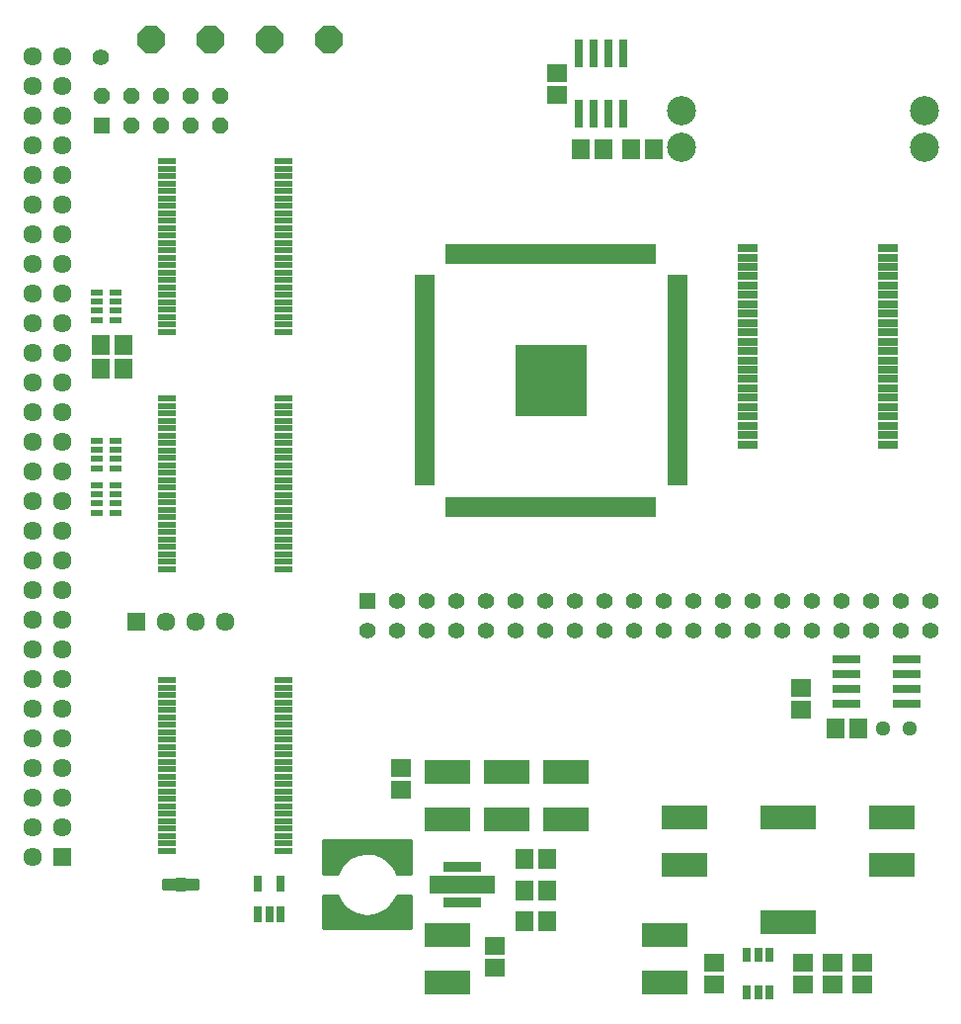
<source format=gts>
G75*
%MOIN*%
%OFA0B0*%
%FSLAX25Y25*%
%IPPOS*%
%LPD*%
%AMOC8*
5,1,8,0,0,1.08239X$1,22.5*
%
%ADD10C,0.05099*%
%ADD11C,0.09855*%
%ADD12R,0.06706X0.05918*%
%ADD13R,0.15367X0.07887*%
%ADD14R,0.06337X0.06337*%
%ADD15C,0.06337*%
%ADD16R,0.05918X0.02375*%
%ADD17R,0.03162X0.09461*%
%ADD18R,0.07099X0.01981*%
%ADD19R,0.01981X0.07099*%
%ADD20R,0.24000X0.24000*%
%ADD21R,0.03162X0.05131*%
%ADD22R,0.18910X0.07887*%
%ADD23R,0.05918X0.06706*%
%ADD24R,0.06706X0.02572*%
%ADD25R,0.05550X0.05550*%
%ADD26C,0.05550*%
%ADD27OC8,0.05550*%
%ADD28R,0.03937X0.02362*%
%ADD29R,0.02965X0.05524*%
%ADD30R,0.09461X0.03162*%
%ADD31C,0.01580*%
%ADD32OC8,0.09300*%
%ADD33C,0.01000*%
%ADD34R,0.13150X0.03465*%
%ADD35R,0.22000X0.06457*%
D10*
X0332000Y0112500D03*
X0341000Y0112500D03*
D11*
X0345945Y0308701D03*
X0345945Y0320906D03*
X0264055Y0320906D03*
X0264055Y0308701D03*
D12*
X0222000Y0326260D03*
X0222000Y0333740D03*
X0304500Y0126240D03*
X0304500Y0118760D03*
X0169500Y0099240D03*
X0169500Y0091760D03*
X0201000Y0039240D03*
X0201000Y0031760D03*
X0275000Y0033740D03*
X0275000Y0026260D03*
X0305000Y0026260D03*
X0315000Y0026260D03*
X0325000Y0026260D03*
X0325000Y0033740D03*
X0315000Y0033740D03*
X0305000Y0033740D03*
D13*
X0258500Y0026929D03*
X0258500Y0043071D03*
X0265000Y0066429D03*
X0265000Y0082571D03*
X0225000Y0081929D03*
X0205000Y0081929D03*
X0185000Y0081929D03*
X0185000Y0098071D03*
X0205000Y0098071D03*
X0225000Y0098071D03*
X0185000Y0043071D03*
X0185000Y0026929D03*
X0335000Y0066429D03*
X0335000Y0082571D03*
D14*
X0080000Y0148500D03*
X0055000Y0069173D03*
D15*
X0045000Y0069173D03*
X0045000Y0079173D03*
X0055000Y0079173D03*
X0055000Y0089173D03*
X0045000Y0089173D03*
X0045000Y0099173D03*
X0055000Y0099173D03*
X0055000Y0109173D03*
X0045000Y0109173D03*
X0045000Y0119173D03*
X0055000Y0119173D03*
X0055000Y0129173D03*
X0045000Y0129173D03*
X0045000Y0139173D03*
X0055000Y0139173D03*
X0055000Y0149173D03*
X0045000Y0149173D03*
X0045000Y0159173D03*
X0055000Y0159173D03*
X0055000Y0169173D03*
X0045000Y0169173D03*
X0045000Y0179173D03*
X0055000Y0179173D03*
X0055000Y0189173D03*
X0045000Y0189173D03*
X0045000Y0199173D03*
X0055000Y0199173D03*
X0055000Y0209173D03*
X0045000Y0209173D03*
X0045000Y0219173D03*
X0055000Y0219173D03*
X0055000Y0229173D03*
X0045000Y0229173D03*
X0045000Y0239173D03*
X0055000Y0239173D03*
X0055000Y0249173D03*
X0045000Y0249173D03*
X0045000Y0259173D03*
X0055000Y0259173D03*
X0055000Y0269173D03*
X0045000Y0269173D03*
X0045000Y0279173D03*
X0055000Y0279173D03*
X0055000Y0289173D03*
X0045000Y0289173D03*
X0045000Y0299173D03*
X0055000Y0299173D03*
X0055000Y0309173D03*
X0045000Y0309173D03*
X0045000Y0319173D03*
X0055000Y0319173D03*
X0055000Y0329173D03*
X0045000Y0329173D03*
X0045000Y0339173D03*
X0055000Y0339173D03*
X0090000Y0148500D03*
X0100000Y0148500D03*
X0110000Y0148500D03*
D16*
X0090394Y0166250D03*
X0090394Y0168750D03*
X0090394Y0171250D03*
X0090394Y0173750D03*
X0090394Y0176250D03*
X0090394Y0178750D03*
X0090394Y0181250D03*
X0090394Y0183750D03*
X0090394Y0186250D03*
X0090394Y0188750D03*
X0090394Y0191250D03*
X0090394Y0193750D03*
X0090394Y0196250D03*
X0090394Y0198750D03*
X0090394Y0201250D03*
X0090394Y0203750D03*
X0090394Y0206250D03*
X0090394Y0208750D03*
X0090394Y0211250D03*
X0090394Y0213750D03*
X0090394Y0216250D03*
X0090394Y0218750D03*
X0090394Y0221250D03*
X0090394Y0223750D03*
X0090394Y0246250D03*
X0090394Y0248750D03*
X0090394Y0251250D03*
X0090394Y0253750D03*
X0090394Y0256250D03*
X0090394Y0258750D03*
X0090394Y0261250D03*
X0090394Y0263750D03*
X0090394Y0266250D03*
X0090394Y0268750D03*
X0090394Y0271250D03*
X0090394Y0273750D03*
X0090394Y0276250D03*
X0090394Y0278750D03*
X0090394Y0281250D03*
X0090394Y0283750D03*
X0090394Y0286250D03*
X0090394Y0288750D03*
X0090394Y0291250D03*
X0090394Y0293750D03*
X0090394Y0296250D03*
X0090394Y0298750D03*
X0090394Y0301250D03*
X0090394Y0303750D03*
X0129606Y0303750D03*
X0129606Y0301250D03*
X0129606Y0298750D03*
X0129606Y0296250D03*
X0129606Y0293750D03*
X0129606Y0291250D03*
X0129606Y0288750D03*
X0129606Y0286250D03*
X0129606Y0283750D03*
X0129606Y0281250D03*
X0129606Y0278750D03*
X0129606Y0276250D03*
X0129606Y0273750D03*
X0129606Y0271250D03*
X0129606Y0268750D03*
X0129606Y0266250D03*
X0129606Y0263750D03*
X0129606Y0261250D03*
X0129606Y0258750D03*
X0129606Y0256250D03*
X0129606Y0253750D03*
X0129606Y0251250D03*
X0129606Y0248750D03*
X0129606Y0246250D03*
X0129606Y0223750D03*
X0129606Y0221250D03*
X0129606Y0218750D03*
X0129606Y0216250D03*
X0129606Y0213750D03*
X0129606Y0211250D03*
X0129606Y0208750D03*
X0129606Y0206250D03*
X0129606Y0203750D03*
X0129606Y0201250D03*
X0129606Y0198750D03*
X0129606Y0196250D03*
X0129606Y0193750D03*
X0129606Y0191250D03*
X0129606Y0188750D03*
X0129606Y0186250D03*
X0129606Y0183750D03*
X0129606Y0181250D03*
X0129606Y0178750D03*
X0129606Y0176250D03*
X0129606Y0173750D03*
X0129606Y0171250D03*
X0129606Y0168750D03*
X0129606Y0166250D03*
X0129606Y0128750D03*
X0129606Y0126250D03*
X0129606Y0123750D03*
X0129606Y0121250D03*
X0129606Y0118750D03*
X0129606Y0116250D03*
X0129606Y0113750D03*
X0129606Y0111250D03*
X0129606Y0108750D03*
X0129606Y0106250D03*
X0129606Y0103750D03*
X0129606Y0101250D03*
X0129606Y0098750D03*
X0129606Y0096250D03*
X0129606Y0093750D03*
X0129606Y0091250D03*
X0129606Y0088750D03*
X0129606Y0086250D03*
X0129606Y0083750D03*
X0129606Y0081250D03*
X0129606Y0078750D03*
X0129606Y0076250D03*
X0129606Y0073750D03*
X0129606Y0071250D03*
X0090394Y0071250D03*
X0090394Y0073750D03*
X0090394Y0076250D03*
X0090394Y0078750D03*
X0090394Y0081250D03*
X0090394Y0083750D03*
X0090394Y0086250D03*
X0090394Y0088750D03*
X0090394Y0091250D03*
X0090394Y0093750D03*
X0090394Y0096250D03*
X0090394Y0098750D03*
X0090394Y0101250D03*
X0090394Y0103750D03*
X0090394Y0106250D03*
X0090394Y0108750D03*
X0090394Y0111250D03*
X0090394Y0113750D03*
X0090394Y0116250D03*
X0090394Y0118750D03*
X0090394Y0121250D03*
X0090394Y0123750D03*
X0090394Y0126250D03*
X0090394Y0128750D03*
D17*
X0229500Y0319764D03*
X0234500Y0319764D03*
X0239500Y0319764D03*
X0244500Y0319764D03*
X0244500Y0340236D03*
X0239500Y0340236D03*
X0234500Y0340236D03*
X0229500Y0340236D03*
D18*
X0262717Y0264449D03*
X0262717Y0262480D03*
X0262717Y0260512D03*
X0262717Y0258543D03*
X0262717Y0256575D03*
X0262717Y0254606D03*
X0262717Y0252638D03*
X0262717Y0250669D03*
X0262717Y0248701D03*
X0262717Y0246732D03*
X0262717Y0244764D03*
X0262717Y0242795D03*
X0262717Y0240827D03*
X0262717Y0238858D03*
X0262717Y0236890D03*
X0262717Y0234921D03*
X0262717Y0232953D03*
X0262717Y0230984D03*
X0262717Y0229016D03*
X0262717Y0227047D03*
X0262717Y0225079D03*
X0262717Y0223110D03*
X0262717Y0221142D03*
X0262717Y0219173D03*
X0262717Y0217205D03*
X0262717Y0215236D03*
X0262717Y0213268D03*
X0262717Y0211299D03*
X0262717Y0209331D03*
X0262717Y0207362D03*
X0262717Y0205394D03*
X0262717Y0203425D03*
X0262717Y0201457D03*
X0262717Y0199488D03*
X0262717Y0197520D03*
X0262717Y0195551D03*
X0177283Y0195551D03*
X0177283Y0197520D03*
X0177283Y0199488D03*
X0177283Y0201457D03*
X0177283Y0203425D03*
X0177283Y0205394D03*
X0177283Y0207362D03*
X0177283Y0209331D03*
X0177283Y0211299D03*
X0177283Y0213268D03*
X0177283Y0215236D03*
X0177283Y0217205D03*
X0177283Y0219173D03*
X0177283Y0221142D03*
X0177283Y0223110D03*
X0177283Y0225079D03*
X0177283Y0227047D03*
X0177283Y0229016D03*
X0177283Y0230984D03*
X0177283Y0232953D03*
X0177283Y0234921D03*
X0177283Y0236890D03*
X0177283Y0238858D03*
X0177283Y0240827D03*
X0177283Y0242795D03*
X0177283Y0244764D03*
X0177283Y0246732D03*
X0177283Y0248701D03*
X0177283Y0250669D03*
X0177283Y0252638D03*
X0177283Y0254606D03*
X0177283Y0256575D03*
X0177283Y0258543D03*
X0177283Y0260512D03*
X0177283Y0262480D03*
X0177283Y0264449D03*
D19*
X0185551Y0272717D03*
X0187520Y0272717D03*
X0189488Y0272717D03*
X0191457Y0272717D03*
X0193425Y0272717D03*
X0195394Y0272717D03*
X0197362Y0272717D03*
X0199331Y0272717D03*
X0201299Y0272717D03*
X0203268Y0272717D03*
X0205236Y0272717D03*
X0207205Y0272717D03*
X0209173Y0272717D03*
X0211142Y0272717D03*
X0213110Y0272717D03*
X0215079Y0272717D03*
X0217047Y0272717D03*
X0219016Y0272717D03*
X0220984Y0272717D03*
X0222953Y0272717D03*
X0224921Y0272717D03*
X0226890Y0272717D03*
X0228858Y0272717D03*
X0230827Y0272717D03*
X0232795Y0272717D03*
X0234764Y0272717D03*
X0236732Y0272717D03*
X0238701Y0272717D03*
X0240669Y0272717D03*
X0242638Y0272717D03*
X0244606Y0272717D03*
X0246575Y0272717D03*
X0248543Y0272717D03*
X0250512Y0272717D03*
X0252480Y0272717D03*
X0254449Y0272717D03*
X0254449Y0187283D03*
X0252480Y0187283D03*
X0250512Y0187283D03*
X0248543Y0187283D03*
X0246575Y0187283D03*
X0244606Y0187283D03*
X0242638Y0187283D03*
X0240669Y0187283D03*
X0238701Y0187283D03*
X0236732Y0187283D03*
X0234764Y0187283D03*
X0232795Y0187283D03*
X0230827Y0187283D03*
X0228858Y0187283D03*
X0226890Y0187283D03*
X0224921Y0187283D03*
X0222953Y0187283D03*
X0220984Y0187283D03*
X0219016Y0187283D03*
X0217047Y0187283D03*
X0215079Y0187283D03*
X0213110Y0187283D03*
X0211142Y0187283D03*
X0209173Y0187283D03*
X0207205Y0187283D03*
X0205236Y0187283D03*
X0203268Y0187283D03*
X0201299Y0187283D03*
X0199331Y0187283D03*
X0197362Y0187283D03*
X0195394Y0187283D03*
X0193425Y0187283D03*
X0191457Y0187283D03*
X0189488Y0187283D03*
X0187520Y0187283D03*
X0185551Y0187283D03*
D20*
X0220000Y0230000D03*
D21*
X0286260Y0036299D03*
X0290000Y0036299D03*
X0293740Y0036299D03*
X0293740Y0023701D03*
X0290000Y0023701D03*
X0286260Y0023701D03*
D22*
X0300000Y0047283D03*
X0300000Y0082717D03*
D23*
X0316260Y0112500D03*
X0323740Y0112500D03*
X0218740Y0068500D03*
X0211260Y0068500D03*
X0211260Y0058000D03*
X0218740Y0058000D03*
X0218740Y0047500D03*
X0211260Y0047500D03*
X0075740Y0234000D03*
X0068260Y0234000D03*
X0068260Y0242000D03*
X0075740Y0242000D03*
X0230260Y0308000D03*
X0237740Y0308000D03*
X0247260Y0308000D03*
X0254740Y0308000D03*
D24*
X0286413Y0274535D03*
X0286413Y0271386D03*
X0286413Y0268236D03*
X0286413Y0265087D03*
X0286413Y0261937D03*
X0286413Y0258787D03*
X0286413Y0255638D03*
X0286413Y0252488D03*
X0286413Y0249338D03*
X0286413Y0246189D03*
X0286413Y0243039D03*
X0286413Y0239890D03*
X0286413Y0236740D03*
X0286413Y0233590D03*
X0286413Y0230441D03*
X0286413Y0227291D03*
X0286413Y0224142D03*
X0286413Y0220992D03*
X0286413Y0217842D03*
X0286413Y0214693D03*
X0286413Y0211543D03*
X0286413Y0208394D03*
X0333658Y0208394D03*
X0333658Y0211543D03*
X0333658Y0214693D03*
X0333658Y0217842D03*
X0333658Y0220992D03*
X0333658Y0224142D03*
X0333658Y0227291D03*
X0333658Y0230441D03*
X0333658Y0233590D03*
X0333658Y0236740D03*
X0333658Y0239890D03*
X0333658Y0243039D03*
X0333658Y0246189D03*
X0333658Y0249338D03*
X0333658Y0252488D03*
X0333658Y0255638D03*
X0333658Y0258787D03*
X0333658Y0261937D03*
X0333658Y0265087D03*
X0333658Y0268236D03*
X0333658Y0271386D03*
X0333658Y0274535D03*
D25*
X0157953Y0155669D03*
X0068500Y0316000D03*
D26*
X0068000Y0339000D03*
X0167953Y0155669D03*
X0177953Y0155669D03*
X0187953Y0155669D03*
X0197953Y0155669D03*
X0207953Y0155669D03*
X0217953Y0155669D03*
X0227953Y0155669D03*
X0237953Y0155669D03*
X0247953Y0155669D03*
X0257953Y0155669D03*
X0267953Y0155669D03*
X0277953Y0155669D03*
X0287953Y0155669D03*
X0297953Y0155669D03*
X0307953Y0155669D03*
X0317953Y0155669D03*
X0327953Y0155669D03*
X0337953Y0155669D03*
X0347953Y0155669D03*
X0347953Y0145669D03*
X0337953Y0145669D03*
X0327953Y0145669D03*
X0317953Y0145669D03*
X0307953Y0145669D03*
X0297953Y0145669D03*
X0287953Y0145669D03*
X0277953Y0145669D03*
X0267953Y0145669D03*
X0257953Y0145669D03*
X0247953Y0145669D03*
X0237953Y0145669D03*
X0227953Y0145669D03*
X0217953Y0145669D03*
X0207953Y0145669D03*
X0197953Y0145669D03*
X0187953Y0145669D03*
X0177953Y0145669D03*
X0167953Y0145669D03*
X0157953Y0145669D03*
D27*
X0108500Y0316000D03*
X0108500Y0326000D03*
X0098500Y0326000D03*
X0088500Y0326000D03*
X0088500Y0316000D03*
X0098500Y0316000D03*
X0078500Y0316000D03*
X0078500Y0326000D03*
X0068500Y0326000D03*
D28*
X0066850Y0259724D03*
X0066850Y0256575D03*
X0066850Y0253425D03*
X0066850Y0250276D03*
X0073150Y0250276D03*
X0073150Y0253425D03*
X0073150Y0256575D03*
X0073150Y0259724D03*
X0073150Y0209724D03*
X0073150Y0206575D03*
X0073150Y0203425D03*
X0073150Y0200276D03*
X0073150Y0194724D03*
X0073150Y0191575D03*
X0073150Y0188425D03*
X0073150Y0185276D03*
X0066850Y0185276D03*
X0066850Y0188425D03*
X0066850Y0191575D03*
X0066850Y0194724D03*
X0066850Y0200276D03*
X0066850Y0203425D03*
X0066850Y0206575D03*
X0066850Y0209724D03*
D29*
X0121260Y0060118D03*
X0128740Y0060118D03*
X0128740Y0049882D03*
X0125000Y0049882D03*
X0121260Y0049882D03*
D30*
X0319764Y0121000D03*
X0319764Y0126000D03*
X0319764Y0131000D03*
X0319764Y0136000D03*
X0340236Y0136000D03*
X0340236Y0131000D03*
X0340236Y0126000D03*
X0340236Y0121000D03*
D31*
X0089485Y0061185D02*
X0089485Y0058815D01*
X0089485Y0061185D02*
X0092641Y0061185D01*
X0092641Y0058815D01*
X0089485Y0058815D01*
X0089485Y0060394D02*
X0092641Y0060394D01*
X0093815Y0061578D02*
X0093815Y0058422D01*
X0093815Y0061578D02*
X0096185Y0061578D01*
X0096185Y0058422D01*
X0093815Y0058422D01*
X0093815Y0060001D02*
X0096185Y0060001D01*
X0097359Y0061185D02*
X0097359Y0058815D01*
X0097359Y0061185D02*
X0100515Y0061185D01*
X0100515Y0058815D01*
X0097359Y0058815D01*
X0097359Y0060394D02*
X0100515Y0060394D01*
D32*
X0105000Y0345000D03*
X0085000Y0345000D03*
X0125000Y0345000D03*
X0145000Y0345000D03*
D33*
X0143236Y0074764D02*
X0172764Y0074764D01*
X0172764Y0074783D01*
X0172764Y0063740D01*
X0167972Y0063740D01*
X0167858Y0064059D01*
X0167661Y0064512D01*
X0167417Y0064969D01*
X0167126Y0065480D01*
X0166854Y0065949D01*
X0166504Y0066441D01*
X0166236Y0066783D01*
X0165803Y0067291D01*
X0165161Y0067933D01*
X0164469Y0068512D01*
X0163685Y0069020D01*
X0162917Y0069476D01*
X0162287Y0069772D01*
X0161642Y0070016D01*
X0160961Y0070232D01*
X0160232Y0070417D01*
X0159559Y0070551D01*
X0158996Y0070606D01*
X0158417Y0070657D01*
X0157945Y0070646D01*
X0157335Y0070618D01*
X0156547Y0070551D01*
X0155642Y0070398D01*
X0154803Y0070161D01*
X0154043Y0069882D01*
X0153295Y0069563D01*
X0152587Y0069197D01*
X0151894Y0068748D01*
X0151295Y0068291D01*
X0150701Y0067764D01*
X0150122Y0067169D01*
X0149602Y0066571D01*
X0149087Y0065862D01*
X0148622Y0065047D01*
X0148248Y0064323D01*
X0148004Y0063724D01*
X0148004Y0063740D01*
X0143236Y0063740D01*
X0143236Y0074764D01*
X0143236Y0073897D02*
X0172764Y0073897D01*
X0172764Y0072899D02*
X0143236Y0072899D01*
X0143236Y0071900D02*
X0172764Y0071900D01*
X0172764Y0070902D02*
X0143236Y0070902D01*
X0143236Y0069903D02*
X0154101Y0069903D01*
X0152136Y0068905D02*
X0143236Y0068905D01*
X0143236Y0067906D02*
X0150861Y0067906D01*
X0149895Y0066908D02*
X0143236Y0066908D01*
X0143236Y0065909D02*
X0149121Y0065909D01*
X0148552Y0064911D02*
X0143236Y0064911D01*
X0143236Y0063912D02*
X0148081Y0063912D01*
X0148028Y0056260D02*
X0148142Y0055941D01*
X0148339Y0055488D01*
X0148583Y0055031D01*
X0148874Y0054520D01*
X0149146Y0054051D01*
X0149496Y0053559D01*
X0149764Y0053217D01*
X0150197Y0052709D01*
X0150839Y0052067D01*
X0151531Y0051488D01*
X0152315Y0050980D01*
X0153083Y0050524D01*
X0153713Y0050228D01*
X0154358Y0049984D01*
X0155039Y0049768D01*
X0155768Y0049583D01*
X0156441Y0049449D01*
X0157004Y0049394D01*
X0157583Y0049343D01*
X0158055Y0049354D01*
X0158665Y0049382D01*
X0159453Y0049449D01*
X0160358Y0049602D01*
X0161197Y0049839D01*
X0161957Y0050118D01*
X0162705Y0050437D01*
X0163413Y0050803D01*
X0164106Y0051252D01*
X0164705Y0051709D01*
X0165299Y0052236D01*
X0165878Y0052831D01*
X0166398Y0053429D01*
X0166913Y0054138D01*
X0167378Y0054953D01*
X0167752Y0055677D01*
X0167996Y0056276D01*
X0167996Y0056260D01*
X0172764Y0056260D01*
X0172764Y0045236D01*
X0143236Y0045236D01*
X0143236Y0045217D01*
X0143236Y0056260D01*
X0148028Y0056260D01*
X0148149Y0055924D02*
X0143236Y0055924D01*
X0143236Y0054926D02*
X0148643Y0054926D01*
X0149234Y0053927D02*
X0143236Y0053927D01*
X0143236Y0052929D02*
X0150009Y0052929D01*
X0151002Y0051930D02*
X0143236Y0051930D01*
X0143236Y0050932D02*
X0152397Y0050932D01*
X0154519Y0049933D02*
X0143236Y0049933D01*
X0143236Y0048934D02*
X0172764Y0048934D01*
X0172764Y0047936D02*
X0143236Y0047936D01*
X0143236Y0046937D02*
X0172764Y0046937D01*
X0172764Y0045939D02*
X0143236Y0045939D01*
X0161454Y0049933D02*
X0172764Y0049933D01*
X0172764Y0050932D02*
X0163612Y0050932D01*
X0164954Y0051930D02*
X0172764Y0051930D01*
X0172764Y0052929D02*
X0165963Y0052929D01*
X0166760Y0053927D02*
X0172764Y0053927D01*
X0172764Y0054926D02*
X0167362Y0054926D01*
X0167853Y0055924D02*
X0172764Y0055924D01*
X0172764Y0063912D02*
X0167911Y0063912D01*
X0167448Y0064911D02*
X0172764Y0064911D01*
X0172764Y0065909D02*
X0166877Y0065909D01*
X0166130Y0066908D02*
X0172764Y0066908D01*
X0172764Y0067906D02*
X0165188Y0067906D01*
X0163862Y0068905D02*
X0172764Y0068905D01*
X0172764Y0069903D02*
X0161939Y0069903D01*
D34*
X0190000Y0065945D03*
X0190000Y0054055D03*
D35*
X0190000Y0060000D03*
M02*

</source>
